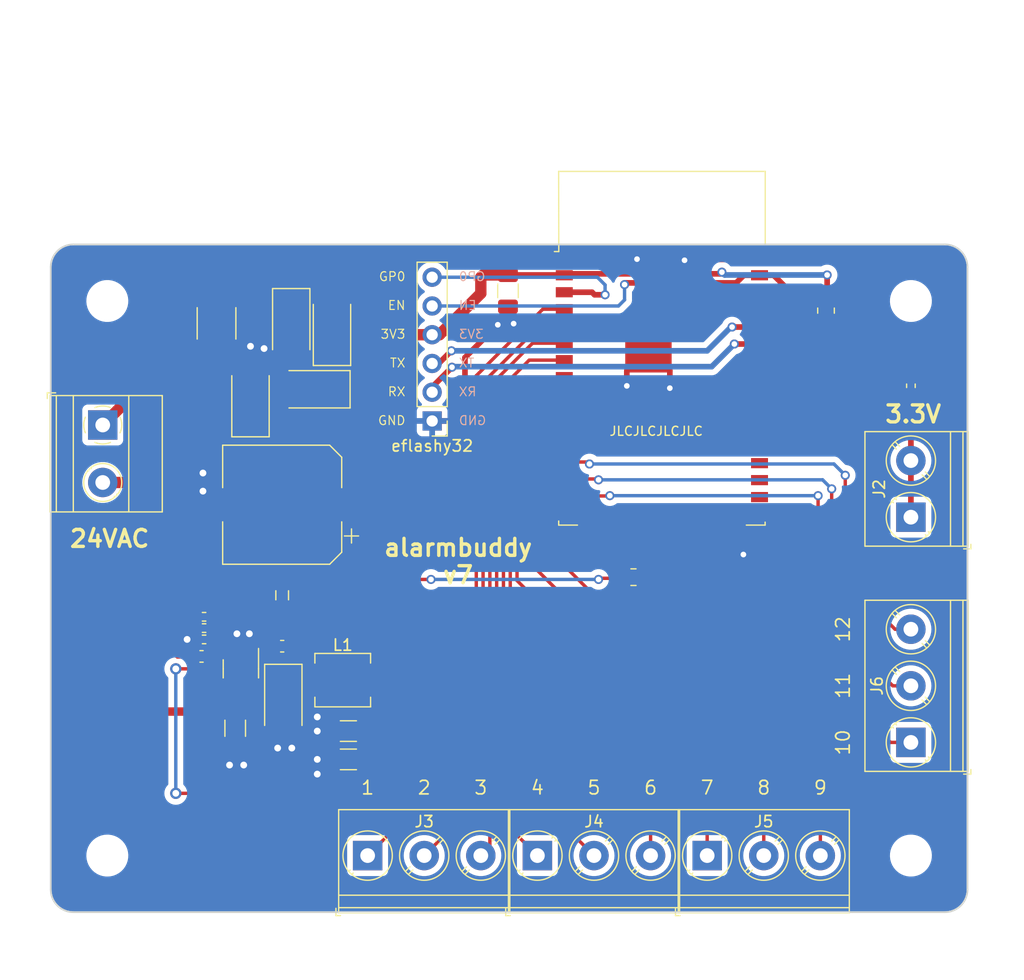
<source format=kicad_pcb>
(kicad_pcb (version 20221018) (generator pcbnew)
  (layers (0 "F.Cu" signal "Top") (31 "B.Cu" signal "Bottom") (34 "B.Paste" user) (35 "F.Paste" user) (36 "B.SilkS" user "B.Silkscreen") (37 "F.SilkS" user "F.Silkscreen") (38 "B.Mask" user) (39 "F.Mask" user) (44 "Edge.Cuts" user))
  (net 0 "")
  (net 1 "GND")
  (net 2 "+3V3")
  (net 3 "/TX")
  (net 4 "/RX")
  (net 5 "/EN")
  (net 6 "/GPIO0")
  (net 7 "/3V3_COMMON")
  (net 8 "/SENSOR3")
  (net 9 "/SENSOR2")
  (net 10 "/SENSOR1")
  (net 11 "/SENSOR6")
  (net 12 "/SENSOR5")
  (net 13 "/SENSOR4")
  (net 14 "/SENSOR9")
  (net 15 "/SENSOR8")
  (net 16 "/SENSOR7")
  (net 17 "/SENSOR11")
  (net 18 "/SENSOR10")
  (net 19 "/SENSOR12")
  (net 20 "/FB")
  (net 21 "/LX")
  (net 22 "Net-(U1-EN)")
  (net 23 "Net-(U1-BST)")
  (net 24 "Net-(D3-K)")
  (net 25 "Net-(D2-K)")
  (net 26 "Net-(D4-K)")
  (net 27 "Net-(J1-Pin_2)")
  (net 28 "Net-(U2-IO18)")
  (net 49 "Net-(R11-Pad1)")
  (footprint "TerminalBlock_Phoenix:TerminalBlock_Phoenix_PT-1,5-3-5.0-H_1x03_P5.00mm_Horizontal" (layer "F.Cu") (at 53 84)
    (fp_text reference "J3" (at 5 -3) (layer "F.SilkS"))
    (fp_text value "SENS1-3")
    (pad "1" thru_hole rect (at 0 0) (size 2.6 2.6) (drill 1.3) (layers "*.Cu" "*.Mask") (net 10 "/SENSOR1"))
    (pad "2" thru_hole circle (at 5 0) (size 2.6 2.6) (drill 1.3) (layers "*.Cu" "*.Mask") (net 9 "/SENSOR2"))
    (pad "3" thru_hole circle (at 10 0) (size 2.6 2.6) (drill 1.3) (layers "*.Cu" "*.Mask") (net 8 "/SENSOR3"))
  )
  (footprint "TerminalBlock_Phoenix:TerminalBlock_Phoenix_PT-1,5-3-5.0-H_1x03_P5.00mm_Horizontal" (layer "F.Cu") (at 68 84)
    (fp_text reference "J4" (at 5 -3) (layer "F.SilkS"))
    (fp_text value "SENS4-6")
    (pad "1" thru_hole rect (at 0 0) (size 2.6 2.6) (drill 1.3) (layers "*.Cu" "*.Mask") (net 13 "/SENSOR4"))
    (pad "2" thru_hole circle (at 5 0) (size 2.6 2.6) (drill 1.3) (layers "*.Cu" "*.Mask") (net 12 "/SENSOR5"))
    (pad "3" thru_hole circle (at 10 0) (size 2.6 2.6) (drill 1.3) (layers "*.Cu" "*.Mask") (net 11 "/SENSOR6"))
  )
  (footprint "TerminalBlock_Phoenix:TerminalBlock_Phoenix_PT-1,5-3-5.0-H_1x03_P5.00mm_Horizontal" (layer "F.Cu") (at 83 84)
    (fp_text reference "J5" (at 5 -3) (layer "F.SilkS"))
    (fp_text value "SENS7-9")
    (pad "1" thru_hole rect (at 0 0) (size 2.6 2.6) (drill 1.3) (layers "*.Cu" "*.Mask") (net 16 "/SENSOR7"))
    (pad "2" thru_hole circle (at 5 0) (size 2.6 2.6) (drill 1.3) (layers "*.Cu" "*.Mask") (net 15 "/SENSOR8"))
    (pad "3" thru_hole circle (at 10 0) (size 2.6 2.6) (drill 1.3) (layers "*.Cu" "*.Mask") (net 14 "/SENSOR9"))
  )
  (footprint "TerminalBlock_Phoenix:TerminalBlock_Phoenix_PT-1,5-3-5.0-H_1x03_P5.00mm_Horizontal" (layer "F.Cu") (at 101 74 90)
    (fp_text reference "J6" (at 5 -3 90) (layer "F.SilkS"))
    (fp_text value "SENS10-12")
    (pad "1" thru_hole rect (at 0 0 90) (size 2.6 2.6) (drill 1.3) (layers "*.Cu" "*.Mask") (net 18 "/SENSOR10"))
    (pad "2" thru_hole circle (at 5 0 90) (size 2.6 2.6) (drill 1.3) (layers "*.Cu" "*.Mask") (net 17 "/SENSOR11"))
    (pad "3" thru_hole circle (at 10 0 90) (size 2.6 2.6) (drill 1.3) (layers "*.Cu" "*.Mask") (net 19 "/SENSOR12"))
  )
  (footprint "MountingHole:MountingHole_3.2mm_M3" (layer "F.Cu") (at 101 35)
    (fp_text reference "REF**" hide)
    (fp_text value "MountingHole_3.2mm_M3")
    (pad "" np_thru_hole circle locked (at 0 0) (size 3.2 3.2) (drill 3.2) (layers "*.Cu" "*.Mask"))
  )
  (footprint "MountingHole:MountingHole_3.2mm_M3" (layer "F.Cu") (at 101 84)
    (fp_text reference "REF**" hide)
    (fp_text value "MountingHole_3.2mm_M3")
    (pad "" np_thru_hole circle locked (at 0 0) (size 3.2 3.2) (drill 3.2) (layers "*.Cu" "*.Mask"))
  )
  (footprint "MountingHole:MountingHole_3.2mm_M3" (layer "F.Cu") (at 30 84)
    (fp_text reference "REF**" hide)
    (fp_text value "MountingHole_3.2mm_M3")
    (pad "" np_thru_hole circle locked (at 0 0) (size 3.2 3.2) (drill 3.2) (layers "*.Cu" "*.Mask"))
  )
  (footprint "MountingHole:MountingHole_3.2mm_M3" (layer "F.Cu") (at 30 35)
    (fp_text reference "REF**" hide)
    (fp_text value "MountingHole_3.2mm_M3")
    (pad "" np_thru_hole circle locked (at 0 0) (size 3.2 3.2) (drill 3.2) (layers "*.Cu" "*.Mask"))
  )
  (footprint "Connector_PinHeader_2.54mm:PinHeader_1x06_P2.54mm_Vertical" (layer "F.Cu") (at 58.7 45.6 180)
    (fp_text reference "J7" hide)
    (fp_text value "eflashy32" (at 0 -2.2) (layer "F.SilkS"))
    (pad "1" thru_hole rect (at 0 0 180) (size 1.7 1.7) (drill 1) (layers "*.Cu" "*.Mask") (net 1 "GND"))
    (pad "2" thru_hole oval (at 0 2.54 180) (size 1.7 1.7) (drill 1) (layers "*.Cu" "*.Mask") (net 4 "/RX"))
    (pad "3" thru_hole oval (at 0 5.08 180) (size 1.7 1.7) (drill 1) (layers "*.Cu" "*.Mask") (net 3 "/TX"))
    (pad "4" thru_hole oval (at 0 7.62 180) (size 1.7 1.7) (drill 1) (layers "*.Cu" "*.Mask") (net 2 "+3V3"))
    (pad "5" thru_hole oval (at 0 10.16 180) (size 1.7 1.7) (drill 1) (layers "*.Cu" "*.Mask") (net 5 "/EN"))
    (pad "6" thru_hole oval (at 0 12.7 180) (size 1.7 1.7) (drill 1) (layers "*.Cu" "*.Mask") (net 6 "/GPIO0"))
  )
  (footprint "Capacitor_SMD:C_1206_3216Metric" (layer "F.Cu") (at 65.4 34.1 90)
    (fp_text reference "C7" hide)
    (fp_text value "10u")
    (pad "1" smd roundrect (at -1.4 0 90) (size 1.25 1.75) (layers "F.Cu" "F.Paste" "F.Mask") (roundrect_rratio 0.2) (net 1 "GND"))
    (pad "2" smd roundrect (at 1.4 0 90) (size 1.25 1.75) (layers "F.Cu" "F.Paste" "F.Mask") (roundrect_rratio 0.2) (net 2 "+3V3"))
  )
  (footprint "Resistor_SMD:R_0805_2012Metric" (layer "F.Cu") (at 93.5 35.85 90)
    (fp_text reference "R5" hide)
    (fp_text value "10K")
    (pad "1" smd roundrect (at -0.9125 0 90) (size 1.025 1.4) (layers "F.Cu" "F.Paste" "F.Mask") (roundrect_rratio 0.243902) (net 5 "/EN"))
    (pad "2" smd roundrect (at 0.9125 0 90) (size 1.025 1.4) (layers "F.Cu" "F.Paste" "F.Mask") (roundrect_rratio 0.243902) (net 2 "+3V3"))
  )
  (footprint "Resistor_SMD:R_0402_1005Metric" (layer "F.Cu") (at 101 42.49 90)
    (fp_text reference "R4" hide)
    (fp_text value "100")
    (pad "1" smd roundrect (at -0.51 0 90) (size 0.54 0.64) (layers "F.Cu" "F.Paste" "F.Mask") (net 7 "/3V3_COMMON"))
    (pad "2" smd roundrect (at 0.51 0 90) (size 0.54 0.64) (layers "F.Cu" "F.Paste" "F.Mask") (net 2 "+3V3"))
  )
  (footprint "RF_Module:ESP32-S2-WROVER" (layer "F.Cu") (at 79 43)
    (fp_text reference "U2" hide)
    (fp_text value "ESP32-S2-WROVER")
    (pad "1" smd rect (at -8.625 -11.775) (size 1.5 0.9) (layers "F.Cu" "F.Paste" "F.Mask") (net 1 "GND"))
    (pad "2" smd rect (at -8.625 -10.275) (size 1.5 0.9) (layers "F.Cu" "F.Paste" "F.Mask") (net 2 "+3V3"))
    (pad "3" smd rect (at -8.625 -8.775) (size 1.5 0.9) (layers "F.Cu" "F.Paste" "F.Mask") (net 6 "/GPIO0"))
    (pad "4" smd rect (at -8.625 -7.275) (size 1.5 0.9) (layers "F.Cu" "F.Paste" "F.Mask") (net 10 "/SENSOR1"))
    (pad "5" smd rect (at -8.625 -5.775) (size 1.5 0.9) (layers "F.Cu" "F.Paste" "F.Mask") (net 9 "/SENSOR2"))
    (pad "6" smd rect (at -8.625 -4.275) (size 1.5 0.9) (layers "F.Cu" "F.Paste" "F.Mask") (net 8 "/SENSOR3"))
    (pad "7" smd rect (at -8.625 -2.775) (size 1.5 0.9) (layers "F.Cu" "F.Paste" "F.Mask") (net 13 "/SENSOR4"))
    (pad "8" smd rect (at -8.625 -1.275) (size 1.5 0.9) (layers "F.Cu" "F.Paste" "F.Mask") (net 12 "/SENSOR5"))
    (pad "9" smd rect (at -8.625 0.225) (size 1.5 0.9) (layers "F.Cu" "F.Paste" "F.Mask") (net 11 "/SENSOR6"))
    (pad "10" smd rect (at -8.625 1.725) (size 1.5 0.9) (layers "F.Cu" "F.Paste" "F.Mask") (net 16 "/SENSOR7"))
    (pad "11" smd rect (at -8.625 3.225) (size 1.5 0.9) (layers "F.Cu" "F.Paste" "F.Mask") (net 15 "/SENSOR8"))
    (pad "12" smd rect (at -8.625 4.725) (size 1.5 0.9) (layers "F.Cu" "F.Paste" "F.Mask") (net 14 "/SENSOR9"))
    (pad "13" smd rect (at -8.625 6.225) (size 1.5 0.9) (layers "F.Cu" "F.Paste" "F.Mask") (net 19 "/SENSOR12"))
    (pad "14" smd rect (at -8.625 7.725) (size 1.5 0.9) (layers "F.Cu" "F.Paste" "F.Mask") (net 17 "/SENSOR11"))
    (pad "15" smd rect (at -8.625 9.225 180) (size 1.5 0.9) (layers "F.Cu" "F.Paste" "F.Mask") (net 18 "/SENSOR10"))
    (pad "16" smd rect (at -8.625 10.725 180) (size 1.5 0.9) (layers "F.Cu" "F.Paste" "F.Mask"))
    (pad "17" smd rect (at -6.75 11.475) (size 0.9 1.5) (layers "F.Cu" "F.Paste" "F.Mask"))
    (pad "18" smd rect (at -5.25 11.475) (size 0.9 1.5) (layers "F.Cu" "F.Paste" "F.Mask"))
    (pad "19" smd rect (at -3.75 11.475) (size 0.9 1.5) (layers "F.Cu" "F.Paste" "F.Mask"))
    (pad "20" smd rect (at -2.25 11.475) (size 0.9 1.5) (layers "F.Cu" "F.Paste" "F.Mask"))
    (pad "21" smd rect (at -0.75 11.475) (size 0.9 1.5) (layers "F.Cu" "F.Paste" "F.Mask") (net 28 "Net-(U2-IO18)"))
    (pad "22" smd rect (at 0.75 11.475) (size 0.9 1.5) (layers "F.Cu" "F.Paste" "F.Mask"))
    (pad "23" smd rect (at 2.25 11.475) (size 0.9 1.5) (layers "F.Cu" "F.Paste" "F.Mask"))
    (pad "24" smd rect (at 3.75 11.475) (size 0.9 1.5) (layers "F.Cu" "F.Paste" "F.Mask"))
    (pad "25" smd rect (at 5.25 11.475) (size 0.9 1.5) (layers "F.Cu" "F.Paste" "F.Mask"))
    (pad "26" smd rect (at 6.75 11.475) (size 0.9 1.5) (layers "F.Cu" "F.Paste" "F.Mask") (net 1 "GND"))
    (pad "27" smd rect (at 8.625 10.825) (size 1.5 0.9) (layers "F.Cu" "F.Paste" "F.Mask"))
    (pad "28" smd rect (at 8.625 9.325) (size 1.5 0.9) (layers "F.Cu" "F.Paste" "F.Mask"))
    (pad "29" smd rect (at 8.625 7.825) (size 1.5 0.9) (layers "F.Cu" "F.Paste" "F.Mask"))
    (pad "30" smd rect (at 8.625 6.325) (size 1.5 0.9) (layers "F.Cu" "F.Paste" "F.Mask"))
    (pad "31" smd rect (at 8.625 4.825) (size 1.5 0.9) (layers "F.Cu" "F.Paste" "F.Mask"))
    (pad "32" smd rect (at 8.625 3.325) (size 1.5 0.9) (layers "F.Cu" "F.Paste" "F.Mask"))
    (pad "33" smd rect (at 8.625 1.825) (size 1.5 0.9) (layers "F.Cu" "F.Paste" "F.Mask"))
    (pad "34" smd rect (at 8.625 0.325) (size 1.5 0.9) (layers "F.Cu" "F.Paste" "F.Mask"))
    (pad "35" smd rect (at 8.625 -1.175) (size 1.5 0.9) (layers "F.Cu" "F.Paste" "F.Mask"))
    (pad "36" smd rect (at 8.625 -2.675) (size 1.5 0.9) (layers "F.Cu" "F.Paste" "F.Mask"))
    (pad "37" smd rect (at 8.625 -4.175) (size 1.5 0.9) (layers "F.Cu" "F.Paste" "F.Mask") (net 4 "/RX"))
    (pad "38" smd rect (at 8.625 -5.675) (size 1.5 0.9) (layers "F.Cu" "F.Paste" "F.Mask") (net 3 "/TX"))
    (pad "39" smd rect (at 8.625 -7.175) (size 1.5 0.9) (layers "F.Cu" "F.Paste" "F.Mask"))
    (pad "40" smd rect (at 8.625 -8.775) (size 1.5 0.9) (layers "F.Cu" "F.Paste" "F.Mask"))
    (pad "41" smd rect (at 8.625 -10.275) (size 1.5 0.9) (layers "F.Cu" "F.Paste" "F.Mask") (net 5 "/EN"))
    (pad "42" smd rect (at 8.625 -11.675) (size 1.5 0.9) (layers "F.Cu" "F.Paste" "F.Mask") (net 1 "GND"))
    (pad "43" smd rect (at -1.19 -3.735) (size 4.1 4.1) (layers "F.Cu" "F.Paste" "F.Mask") (net 1 "GND"))
  )
  (footprint "Resistor_SMD:R_0805_2012Metric" (layer "F.Cu") (at 76.4875 59.4 180)
    (fp_text reference "R6" hide)
    (fp_text value "10K")
    (pad "1" smd roundrect (at -0.9125 0 180) (size 1.025 1.4) (layers "F.Cu" "F.Paste" "F.Mask") (roundrect_rratio 0.243902) (net 28 "Net-(U2-IO18)"))
    (pad "2" smd roundrect (at 0.9125 0 180) (size 1.025 1.4) (layers "F.Cu" "F.Paste" "F.Mask") (roundrect_rratio 0.243902) (net 2 "+3V3"))
  )
  (footprint "TerminalBlock_Phoenix:TerminalBlock_Phoenix_PT-1,5-2-5.0-H_1x02_P5.00mm_Horizontal" (layer "F.Cu") (at 101 54.1 90)
    (fp_text reference "J2" (at 2.5 -2.8 90) (layer "F.SilkS"))
    (fp_text value "3V3")
    (pad "1" thru_hole rect (at 0 0 90) (size 2.6 2.6) (drill 1.3) (layers "*.Cu" "*.Mask") (net 7 "/3V3_COMMON"))
    (pad "2" thru_hole circle (at 5 0 90) (size 2.6 2.6) (drill 1.3) (layers "*.Cu" "*.Mask") (net 7 "/3V3_COMMON"))
  )
  (footprint "Diode_SMD:D_SMA" (layer "F.Cu") (at 46.25 37.3 -90)
    (fp_text reference "D4" hide)
    (fp_text value "SS210")
    (pad "1" smd rect (at -2 0 270) (size 2.5 1.8) (layers "F.Cu" "F.Paste" "F.Mask") (net 26 "Net-(D4-K)"))
    (pad "2" smd rect (at 2 0 270) (size 2.5 1.8) (layers "F.Cu" "F.Paste" "F.Mask") (net 1 "GND"))
  )
  (footprint "Diode_SMD:D_SMA" (layer "F.Cu") (at 48.05 42.8 180)
    (fp_text reference "D3" hide)
    (fp_text value "SS210")
    (pad "1" smd rect (at -2 0 180) (size 2.5 1.8) (layers "F.Cu" "F.Paste" "F.Mask") (net 24 "Net-(D3-K)"))
    (pad "2" smd rect (at 2 0 180) (size 2.5 1.8) (layers "F.Cu" "F.Paste" "F.Mask") (net 25 "Net-(D2-K)"))
  )
  (footprint "Package_TO_SOT_SMD:SOT-23-6" (layer "F.Cu") (at 41.8 67.5 -90)
    (fp_text reference "U1" hide)
    (fp_text value "BD9G101G")
    (pad "1" smd roundrect (at -1.1375 -0.95 270) (size 1.325 0.6) (layers "F.Cu" "F.Paste" "F.Mask") (net 23 "Net-(U1-BST)"))
    (pad "2" smd roundrect (at -1.1375 0 270) (size 1.325 0.6) (layers "F.Cu" "F.Paste" "F.Mask") (net 1 "GND"))
    (pad "3" smd roundrect (at -1.1375 0.95 270) (size 1.325 0.6) (layers "F.Cu" "F.Paste" "F.Mask") (net 20 "/FB"))
    (pad "4" smd roundrect (at 1.1375 0.95 270) (size 1.325 0.6) (layers "F.Cu" "F.Paste" "F.Mask") (net 22 "Net-(U1-EN)"))
    (pad "5" smd roundrect (at 1.1375 0 270) (size 1.325 0.6) (layers "F.Cu" "F.Paste" "F.Mask") (net 22 "Net-(U1-EN)"))
    (pad "6" smd roundrect (at 1.1375 -0.95 270) (size 1.325 0.6) (layers "F.Cu" "F.Paste" "F.Mask") (net 21 "/LX"))
  )
  (footprint "TerminalBlock_Phoenix:TerminalBlock_Phoenix_MKDS-1,5-2-5.08_1x02_P5.08mm_Horizontal" (layer "F.Cu") (at 29.595 45.955 -90)
    (fp_text reference "J1" hide)
    (fp_text value "24VAC")
    (pad "1" thru_hole rect (at 0 0 270) (size 2.6 2.6) (drill 1.3) (layers "*.Cu" "*.Mask") (net 26 "Net-(D4-K)"))
    (pad "2" thru_hole circle (at 5.08 0 270) (size 2.6 2.6) (drill 1.3) (layers "*.Cu" "*.Mask") (net 27 "Net-(J1-Pin_2)"))
  )
  (footprint "Resistor_SMD:R_0402_1005Metric" (layer "F.Cu") (at 38.55 64.9 180)
    (fp_text reference "R2" hide)
    (fp_text value "470")
    (pad "1" smd roundrect (at -0.51 0 180) (size 0.54 0.64) (layers "F.Cu" "F.Paste" "F.Mask") (net 20 "/FB"))
    (pad "2" smd roundrect (at 0.51 0 180) (size 0.54 0.64) (layers "F.Cu" "F.Paste" "F.Mask") (net 1 "GND"))
  )
  (footprint "Diode_SMD:D_SMA" (layer "F.Cu") (at 45.55 70.5 -90)
    (fp_text reference "D1" hide)
    (fp_text value "SS210")
    (pad "1" smd rect (at -2 0 270) (size 2.5 1.8) (layers "F.Cu" "F.Paste" "F.Mask") (net 21 "/LX"))
    (pad "2" smd rect (at 2 0 270) (size 2.5 1.8) (layers "F.Cu" "F.Paste" "F.Mask") (net 1 "GND"))
  )
  (footprint "Diode_SMD:D_SMA" (layer "F.Cu") (at 42.65 43.6 90)
    (fp_text reference "D2" hide)
    (fp_text value "SS210")
    (pad "1" smd rect (at -2 0 90) (size 2.5 1.8) (layers "F.Cu" "F.Paste" "F.Mask") (net 25 "Net-(D2-K)"))
    (pad "2" smd rect (at 2 0 90) (size 2.5 1.8) (layers "F.Cu" "F.Paste" "F.Mask") (net 1 "GND"))
  )
  (footprint "Resistor_SMD:R_0402_1005Metric" (layer "F.Cu") (at 38.55 63.9 180)
    (fp_text reference "R12" hide)
    (fp_text value "1k5")
    (pad "1" smd roundrect (at -0.51 0 180) (size 0.54 0.64) (layers "F.Cu" "F.Paste" "F.Mask") (net 20 "/FB"))
    (pad "2" smd roundrect (at 0.51 0 180) (size 0.54 0.64) (layers "F.Cu" "F.Paste" "F.Mask") (net 49 "Net-(R11-Pad1)"))
  )
  (footprint "Capacitor_SMD:C_1206_3216Metric" (layer "F.Cu") (at 51.3 75.5 180)
    (fp_text reference "C2" hide)
    (fp_text value "47u")
    (pad "1" smd roundrect (at -1.475 0 180) (size 1.15 1.8) (layers "F.Cu" "F.Paste" "F.Mask") (roundrect_rratio 0.217391) (net 2 "+3V3"))
    (pad "2" smd roundrect (at 1.475 0 180) (size 1.15 1.8) (layers "F.Cu" "F.Paste" "F.Mask") (roundrect_rratio 0.217391) (net 1 "GND"))
  )
  (footprint "Capacitor_SMD:C_0603_1608Metric" (layer "F.Cu") (at 38.325 66.4)
    (fp_text reference "C4" hide)
    (fp_text value "0.1u 25v")
    (pad "1" smd roundrect (at -0.775 0) (size 0.9 0.95) (layers "F.Cu" "F.Paste" "F.Mask") (net 2 "+3V3"))
    (pad "2" smd roundrect (at 0.775 0) (size 0.9 0.95) (layers "F.Cu" "F.Paste" "F.Mask") (net 20 "/FB"))
  )
  (footprint "Inductor_SMD:L_Sunlord_MWSA0402S" (layer "F.Cu") (at 50.8 68.5)
    (fp_text reference "L1" (at 0 -3.1) (layer "F.SilkS"))
    (fp_text value "4.7u")
    (pad "1" smd rect (at -1.85 0) (size 1.5 2.5) (layers "F.Cu" "F.Paste" "F.Mask") (net 21 "/LX"))
    (pad "2" smd rect (at 1.85 0) (size 1.5 2.5) (layers "F.Cu" "F.Paste" "F.Mask") (net 2 "+3V3"))
  )
  (footprint "Capacitor_SMD:C_1206_3216Metric" (layer "F.Cu") (at 51.3 73 180)
    (fp_text reference "C3" hide)
    (fp_text value "47u")
    (pad "1" smd roundrect (at -1.475 0 180) (size 1.15 1.8) (layers "F.Cu" "F.Paste" "F.Mask") (roundrect_rratio 0.217391) (net 2 "+3V3"))
    (pad "2" smd roundrect (at 1.475 0 180) (size 1.15 1.8) (layers "F.Cu" "F.Paste" "F.Mask") (roundrect_rratio 0.217391) (net 1 "GND"))
  )
  (footprint "Diode_SMD:D_SMA" (layer "F.Cu") (at 49.85 37.3 90)
    (fp_text reference "D5" hide)
    (fp_text value "SS210")
    (pad "1" smd rect (at -2 0 90) (size 2.5 1.8) (layers "F.Cu" "F.Paste" "F.Mask") (net 24 "Net-(D3-K)"))
    (pad "2" smd rect (at 2 0 90) (size 2.5 1.8) (layers "F.Cu" "F.Paste" "F.Mask") (net 26 "Net-(D4-K)"))
  )
  (footprint "Capacitor_SMD:C_1206_3216Metric" (layer "F.Cu") (at 41.3 72.75 -90)
    (fp_text reference "C1" hide)
    (fp_text value "10u")
    (pad "1" smd roundrect (at -1.475 0 270) (size 1.15 1.8) (layers "F.Cu" "F.Paste" "F.Mask") (roundrect_rratio 0.217391) (net 22 "Net-(U1-EN)"))
    (pad "2" smd roundrect (at 1.475 0 270) (size 1.15 1.8) (layers "F.Cu" "F.Paste" "F.Mask") (roundrect_rratio 0.217391) (net 1 "GND"))
  )
  (footprint "Capacitor_SMD:C_0603_1608Metric" (layer "F.Cu") (at 45.45 65.5)
    (fp_text reference "C5" hide)
    (fp_text value "15nF")
    (pad "1" smd roundrect (at -0.775 0) (size 0.9 0.95) (layers "F.Cu" "F.Paste" "F.Mask") (net 23 "Net-(U1-BST)"))
    (pad "2" smd roundrect (at 0.775 0) (size 0.9 0.95) (layers "F.Cu" "F.Paste" "F.Mask") (net 21 "/LX"))
  )
  (footprint "Inductor_SMD:L_0805_2012Metric" (layer "F.Cu") (at 45.45 61 90)
    (fp_text reference "FB1" hide)
    (fp_text value "600@100MHz")
    (pad "1" smd roundrect (at -1.0625 0 90) (size 0.875 1.2) (layers "F.Cu" "F.Paste" "F.Mask") (net 22 "Net-(U1-EN)"))
    (pad "2" smd roundrect (at 1.0625 0 90) (size 0.875 1.2) (layers "F.Cu" "F.Paste" "F.Mask") (net 24 "Net-(D3-K)"))
  )
  (footprint "Fuse:Fuse_1812_4532Metric" (layer "F.Cu") (at 39.65 36.976041 -90)
    (fp_text reference "F1" hide)
    (fp_text value "140mA hold / 340mA trip mSMD014")
    (pad "1" smd roundrect (at -2.1375 0 270) (size 1.125 3.4) (layers "F.Cu" "F.Paste" "F.Mask") (roundrect_rratio 0.222222) (net 27 "Net-(J1-Pin_2)"))
    (pad "2" smd roundrect (at 2.1375 0 270) (size 1.125 3.4) (layers "F.Cu" "F.Paste" "F.Mask") (roundrect_rratio 0.222222) (net 25 "Net-(D2-K)"))
  )
  (footprint "Resistor_SMD:R_0402_1005Metric" (layer "F.Cu") (at 38.55 62.9)
    (fp_text reference "R11" hide)
    (fp_text value "100")
    (pad "1" smd roundrect (at -0.51 0) (size 0.54 0.64) (layers "F.Cu" "F.Paste" "F.Mask") (net 49 "Net-(R11-Pad1)"))
    (pad "2" smd roundrect (at 0.51 0) (size 0.54 0.64) (layers "F.Cu" "F.Paste" "F.Mask") (net 2 "+3V3"))
  )
  (footprint "Capacitor_SMD:CP_Elec_10x10" (layer "F.Cu") (at 45.45 53 180)
    (fp_text reference "C6" hide)
    (fp_text value "470uF 50V")
    (pad "1" smd roundrect (at -4 0 180) (size 4 2.5) (layers "F.Cu" "F.Paste" "F.Mask") (roundrect_rratio 0.1) (net 24 "Net-(D3-K)"))
    (pad "2" smd roundrect (at 4 0 180) (size 4 2.5) (layers "F.Cu" "F.Paste" "F.Mask") (roundrect_rratio 0.1) (net 1 "GND"))
  )
  (gr_line (start 25 87) (end 25 32) (stroke (width 0.15)) (layer "Edge.Cuts"))
  (gr_line (start 104 89) (end 27 89) (stroke (width 0.15)) (layer "Edge.Cuts"))
  (gr_arc (start 25 32) (mid 25.585786 30.585786) (end 27 30) (stroke (width 0.15)) (layer "Edge.Cuts"))
  (gr_line (start 106 32) (end 106 87) (stroke (width 0.15)) (layer "Edge.Cuts"))
  (gr_arc (start 104 30) (mid 105.414214 30.585786) (end 106 32) (stroke (width 0.15)) (layer "Edge.Cuts"))
  (gr_arc (start 106 87) (mid 105.414214 88.414214) (end 104 89) (stroke (width 0.15)) (layer "Edge.Cuts"))
  (gr_line (start 27 30) (end 104 30) (stroke (width 0.15)) (layer "Edge.Cuts"))
  (gr_arc (start 27 89) (mid 25.585786 88.414214) (end 25 87) (stroke (width 0.15)) (layer "Edge.Cuts"))
  (gr_text "GP0\n\nEN\n\n3V3\n\nTX\n\nRX\n\nGND" (at 61 39.2) (layer "B.SilkS") (effects (font (size 0.79 0.79) (thickness 0.1)) (justify right mirror)))
  (gr_text "2" (at 58 78) (layer "F.SilkS") (effects (font (size 1.2 1.2))))
  (gr_text "3" (at 63 78) (layer "F.SilkS") (effects (font (size 1.2 1.2))))
  (gr_text "4" (at 68 78) (layer "F.SilkS") (effects (font (size 1.2 1.2))))
  (gr_text "5" (at 73 78) (layer "F.SilkS") (effects (font (size 1.2 1.2))))
  (gr_text "6" (at 78 78) (layer "F.SilkS") (effects (font (size 1.2 1.2))))
  (gr_text "7" (at 83 78) (layer "F.SilkS") (effects (font (size 1.2 1.2))))
  (gr_text "8" (at 88 78) (layer "F.SilkS") (effects (font (size 1.2 1.2))))
  (gr_text "9" (at 93 78) (layer "F.SilkS") (effects (font (size 1.2 1.2))))
  (gr_text "10" (at 95 74 90) (layer "F.SilkS") (effects (font (size 1.2 1.2))))
  (gr_text "11" (at 95 69 90) (layer "F.SilkS") (effects (font (size 1.2 1.2))))
  (gr_text "12" (at 95 64 90) (layer "F.SilkS") (effects (font (size 1.2 1.2))))
  (gr_text "JLCJLCJLCJLC" (at 78.5 46.5) (layer "F.SilkS") (effects (font (size 0.8 0.8) (thickness 0.125))))
  (gr_text "alarmbuddy\nv7" (at 61 58) (layer "F.SilkS") (effects (font (size 1.5 1.5) (thickness 0.3))))
  (gr_text "1" (at 53 78) (layer "F.SilkS") (effects (font (size 1.2 1.2))))
  (gr_text "GP0\n\nEN\n\n3V3\n\nTX\n\nRX\n\nGND" (at 56.4 39.2) (layer "F.SilkS") (effects (font (size 0.79 0.79) (thickness 0.1)) (justify right)))
  (gr_text "3.3V" (at 101.2 45) (layer "F.SilkS") (effects (font (size 1.5 1.5) (thickness 0.3))))
  (gr_text "24VAC" (at 30.2 56) (layer "F.SilkS") (effects (font (size 1.5 1.5) (thickness 0.3))))
  (segment (start 49.825 75.5) (end 49.825 75.525) (width 0.6) (layer "F.Cu") (net 1))
  (segment (start 42.65 41.6) (end 42.65 39) (width 1) (layer "F.Cu") (net 1))
  (segment (start 65.4 35.5) (end 65.4 36.5) (width 0.5) (layer "F.Cu") (net 1))
  (segment (start 42.65 39) (end 43.65 39) (width 1) (layer "F.Cu") (net 1))
  (segment (start 76.8 31.3) (end 76.725 31.225) (width 0.5) (layer "F.Cu") (net 1))
  (segment (start 41.3 75.5) (end 40.8 76) (width 1) (layer "F.Cu") (net 1))
  (segment (start 61.6 44.8) (end 60.8 45.6) (width 0.5) (layer "F.Cu") (net 1))
  (segment (start 48.575 71.75) (end 49.825 73) (width 0.6) (layer "F.Cu") (net 1))
  (segment (start 49.825 75.5) (end 49.825 74.275) (width 1) (layer "F.Cu") (net 1))
  (segment (start 46.3 74.5) (end 45.05 74.5) (width 1) (layer "F.Cu") (net 1))
  (segment (start 43.95 39.3) (end 43.85 39.2) (width 1) (layer "F.Cu") (net 1))
  (segment (start 45.55 73.75) (end 46.3 74.5) (width 1) (layer "F.Cu") (net 1))
  (segment (start 49.825 74.225) (end 48.55 75.5) (width 1) (layer "F.Cu") (net 1))
  (segment (start 45.55 72.5) (end 45.55 73.75) (width 1) (layer "F.Cu") (net 1))
  (segment (start 41.8 64.75) (end 41.8 66.3625) (width 0.6) (layer "F.Cu") (net 1))
  (segment (start 43.65 39) (end 43.85 39.2) (width 1) (layer "F.Cu") (net 1))
  (segment (start 45.55 74) (end 45.05 74.5) (width 1) (layer "F.Cu") (net 1))
  (segment (start 65.4 36.2) (end 64.5 37.1) (width 0.5) (layer "F.Cu") (net 1))
  (segment (start 39.45 51) (end 39.25 51) (width 1) (layer "F.Cu") (net 1))
  (segment (start 49.825 73) (end 48.55 73) (width 1) (layer "F.Cu") (net 1))
  (segment (start 81.075 31.325) (end 87.625 31.325) (width 0.5) (layer "F.Cu") (net 1))
  (segment (start 61.6 40) (end 61.6 44.8) (width 0.5) (layer "F.Cu") (net 1))
  (segment (start 45.55 72.5) (end 45.55 74) (width 1) (layer "F.Cu") (net 1))
  (segment (start 65.4 36.5) (end 65.9 37) (width 0.5) (layer "F.Cu") (net 1))
  (segment (start 39.45 51) (end 39.05 51) (width 1) (layer "F.Cu") (net 1))
  (segment (start 42.55 64.4) (end 41.45 64.4) (width 1) (layer "F.Cu") (net 1))
  (segment (start 76.725 31.225) (end 70.375 31.225) (width 0.5) (layer "F.Cu") (net 1))
  (segment (start 49.825 73) (end 49.825 74.225) (width 1) (layer "F.Cu") (net 1))
  (segment (start 42.05 76) (end 40.8 76) (width 1) (layer "F.Cu") (net 1))
  (segment (start 41.3 75.25) (end 42.05 76) (width 1) (layer "F.Cu") (net 1))
  (segment (start 75.9 41.175) (end 77.81 39.265) (width 0.5) (layer "F.Cu") (net 1))
  (segment (start 41.8 65.15) (end 41.8 66.3625) (width 0.6) (layer "F.Cu") (net 1))
  (segment (start 64.5 37.1) (end 61.6 40) (width 0.5) (layer "F.Cu") (net 1))
  (segment (start 75.9 42.5) (end 75.9 41.175) (width 0.5) (layer "F.Cu") (net 1))
  (segment (start 49.825 75.5) (end 48.55 75.5) (width 1) (layer "F.Cu") (net 1))
  (segment (start 79.7 42.7) (end 79.7 41.155) (width 0.5) (layer "F.Cu") (net 1))
  (segment (start 41.45 53) (end 39.45 51) (width 1) (layer "F.Cu") (net 1))
  (segment (start 49.825 74.275) (end 48.55 73) (width 1) (layer "F.Cu") (net 1))
  (segment (start 79.7 41.155) (end 77.81 39.265) (width 0.5) (layer "F.Cu") (net 1))
  (segment (start 85.75 54.475) (end 85.75 56.95) (width 0.3) (layer "F.Cu") (net 1))
  (segment (start 85.75 56.95) (end 86.2 57.4) (width 0.3) (layer "F.Cu") (net 1))
  (segment (start 41.3 74.225) (end 41.3 75.5) (width 1) (layer "F.Cu") (net 1))
  (segment (start 60.8 45.6) (end 58.7 45.6) (width 0.5) (layer "F.Cu") (net 1))
  (segment (start 48.55 71.75) (end 48.55 76.8) (width 1) (layer "F.Cu") (net 1))
  (segment (start 38.45 50.2) (end 39.25 51) (width 1) (layer "F.Cu") (net 1))
  (segment (start 38.04 64.9) (end 37.05 64.9) (width 0.3) (layer "F.Cu") (net 1))
  (segment (start 48.55 71.75) (end 48.575 71.75) (width 0.6) (layer "F.Cu") (net 1))
  (segment (start 46.25 39.3) (end 43.95 39.3) (width 1) (layer "F.Cu") (net 1))
  (segment (start 42.55 64.4) (end 41.8 65.15) (width 0.6) (layer "F.Cu") (net 1))
  (segment (start 41.45 64.4) (end 41.8 64.75) (width 0.6) (layer "F.Cu") (net 1))
  (segment (start 39.25 51) (end 38.45 51.8) (width 1) (layer "F.Cu") (net 1))
  (segment (start 65.4 35.5) (end 65.4 36.2) (width 0.5) (layer "F.Cu") (net 1))
  (segment (start 41.3 74.225) (end 41.3 75.25) (width 1) (layer "F.Cu") (net 1))
  (segment (start 81 31.4) (end 81.075 31.325) (width 0.5) (layer "F.Cu") (net 1))
  (segment (start 49.825 75.525) (end 48.55 76.8) (width 0.6) (layer "F.Cu") (net 1))
  (via (at 48.55 76.8) (size 1) (drill 0.6) (layers "F.Cu" "B.Cu") (net 1))
  (via (at 38.45 51.8) (size 1) (drill 0.6) (layers "F.Cu" "B.Cu") (net 1))
  (via (at 79.7 42.7) (size 0.8) (drill 0.5) (layers "F.Cu" "B.Cu") (net 1))
  (via (at 42.65 39) (size 1) (drill 0.6) (layers "F.Cu" "B.Cu") (net 1))
  (via (at 38.45 50.2) (size 1) (drill 0.6) (layers "F.Cu" "B.Cu") (net 1))
  (via (at 40.8 76) (size 1) (drill 0.6) (layers "F.Cu" "B.Cu") (net 1))
  (via (at 45.05 74.5) (size 1) (drill 0.6) (layers "F.Cu" "B.Cu") (net 1))
  (via (at 42.55 64.4) (size 1) (drill 0.6) (layers "F.Cu" "B.Cu") (net 1))
  (via (at 65.9 37) (size 0.8) (drill 0.5) (layers "F.Cu" "B.Cu") (net 1))
  (via (at 48.55 71.75) (size 1) (drill 0.6) (layers "F.Cu" "B.Cu") (net 1))
  (via (at 46.3 74.5) (size 1) (drill 0.6) (layers "F.Cu" "B.Cu") (net 1))
  (via (at 41.45 64.4) (size 1) (drill 0.6) (layers "F.Cu" "B.Cu") (net 1))
  (via (at 86.2 57.4) (size 0.8) (drill 0.5) (layers "F.Cu" "B.Cu") (net 1))
  (via (at 42.05 76) (size 1) (drill 0.6) (layers "F.Cu" "B.Cu") (net 1))
  (via (at 75.9 42.5) (size 0.8) (drill 0.5) (layers "F.Cu" "B.Cu") (net 1))
  (via (at 64.5 37.1) (size 0.8) (drill 0.5) (layers "F.Cu" "B.Cu") (net 1))
  (via (at 37.05 64.9) (size 1) (drill 0.6) (layers "F.Cu" "B.Cu") (net 1))
  (via (at 76.8 31.3) (size 0.8) (drill 0.5) (layers "F.Cu" "B.Cu") (net 1))
  (via (at 43.85 39.2) (size 1) (drill 0.6) (layers "F.Cu" "B.Cu") (net 1))
  (via (at 81 31.4) (size 0.8) (drill 0.5) (layers "F.Cu" "B.Cu") (net 1))
  (via (at 48.55 75.5) (size 1) (drill 0.6) (layers "F.Cu" "B.Cu") (net 1))
  (via (at 48.55 73) (size 1) (drill 0.6) (layers "F.Cu" "B.Cu") (net 1))
  (segment (start 58.6 59.6) (end 56 59.6) (width 0.3) (layer "F.Cu") (net 2))
  (segment (start 37.55 66.4) (end 36.2 66.4) (width 0.4) (layer "F.Cu") (net 2))
  (segment (start 52.8 68.65) (end 52.8 72.475) (width 1) (layer "F.Cu") (net 2))
  (segment (start 53.625 77.975) (end 55.8 75.8) (width 1) (layer "F.Cu") (net 2))
  (segment (start 51.05 78.5) (end 36.05 78.5) (width 0.3) (layer "F.Cu") (net 2))
  (segment (start 65.4 32.7) (end 70.35 32.7) (width 0.5) (layer "F.Cu") (net 2))
  (segment (start 58.7 37.98) (end 59.35 37.98) (width 1) (layer "F.Cu") (net 2))
  (segment (start 36.05 67.5) (end 37.55 67.5) (width 0.3) (layer "F.Cu") (net 2))
  (segment (start 56 59.6) (end 55.8 59.4) (width 0.3) (layer "F.Cu") (net 2))
  (segment (start 63 32.9) (end 63.2 32.7) (width 1) (layer "F.Cu") (net 2))
  (segment (start 51.3 78.25) (end 51.05 78.5) (width 0.3) (layer "F.Cu") (net 2))
  (segment (start 75.4 59.5) (end 73.5 59.5) (width 0.3) (layer "F.Cu") (net 2))
  (segment (start 38.95 60.9) (end 39.06 61.01) (width 0.4) (layer "F.Cu") (net 2))
  (segment (start 39.06 61.01) (end 39.06 62.9) (width 0.4) (layer "F.Cu") (net 2))
  (segment (start 52.8 72.475) (end 52.65 72.625) (width 1) (layer "F.Cu") (net 2))
  (segment (start 52.775 73) (end 52.775 75.5) (width 1) (layer "F.Cu") (net 2))
  (segment (start 93.5 34.9375) (end 94.7375 34.9375) (width 0.5) (layer "F.Cu") (net 2))
  (segment (start 70.5 32.6) (end 70.375 32.725) (width 0.5) (layer "F.Cu") (net 2))
  (segment (start 52.775 77.975) (end 51.575 77.975) (width 0.3) (layer "F.Cu") (net 2))
  (segment (start 73.5 59.5) (end 73.4 59.6) (width 0.3) (layer "F.Cu") (net 2))
  (segment (start 101 41.2) (end 101 41.98) (width 0.5) (layer "F.Cu") (net 2))
  (segment (start 59.35 37.98) (end 63 34.33) (width 1) (layer "F.Cu") (net 2))
  (segment (start 63 34.33) (end 63 32.9) (width 1) (layer "F.Cu") (net 2))
  (segment (start 55.8 75.8) (end 55.8 59.4) (width 1) (layer "F.Cu") (net 2))
  (segment (start 35.6 62.45) (end 37.15 60.9) (width 0.4) (layer "F.Cu") (net 2))
  (segment (start 93.6 32.7) (end 93.6 34.8375) (width 0.5) (layer "F.Cu") (net 2))
  (segment (start 84.1505 32.6) (end 70.5 32.6) (width 0.5) (layer "F.Cu") (net 2))
  (segment (start 52.775 77.975) (end 53.625 77.975) (width 1) (layer "F.Cu") (net 2))
  (segment (start 37.55 67.5) (end 37.55 66.4) (width 0.3) (layer "F.Cu") (net 2))
  (segment (start 35.6 65.8) (end 35.6 62.45) (width 0.4) (layer "F.Cu") (net 2))
  (segment (start 94.7375 34.9375) (end 101 41.2) (width 0.5) (layer "F.Cu") (net 2))
  (segment (start 93.6 34.8375) (end 93.5 34.9375) (width 0.5) (layer "F.Cu") (net 2))
  (segment (start 63.2 32.7) (end 65.4 32.7) (width 1) (layer "F.Cu") (net 2))
  (segment (start 57.02 37.98) (end 58.7 37.98) (width 1) (layer "F.Cu") (net 2))
  (segment (start 52.65 68.5) (end 52.8 68.65) (width 1) (layer "F.Cu") (net 2))
  (segment (start 55.8 59.4) (end 55.8 39.2) (width 1) (layer "F.Cu") (net 2))
  (segment (start 55.8 39.2) (end 57.02 37.98) (width 1) (layer "F.Cu") (net 2))
  (segment (start 70.35 32.7) (end 70.375 32.725) (width 0.5) (layer "F.Cu") (net 2))
  (segment (start 52.775 75.5) (end 52.775 77.975) (width 1) (layer "F.Cu") (net 2))
  (segment (start 51.575 77.975) (end 51.3 78.25) (width 0.3) (layer "F.Cu") (net 2))
  (segment (start 36.2 66.4) (end 35.6 65.8) (width 0.4) (layer "F.Cu") (net 2))
  (segment (start 37.15 60.9) (end 38.95 60.9) (width 0.4) (layer "F.Cu") (net 2))
  (segment (start 84.3 32.4505) (end 84.1505 32.6) (width 0.5) (layer "F.Cu") (net 2))
  (via (at 36.05 67.5) (size 1) (drill 0.6) (layers "F.Cu" "B.Cu") (net 2))
  (via (at 58.6 59.6) (size 0.8) (drill 0.5) (layers "F.Cu" "B.Cu") (net 2))
  (via (at 84.3 32.4505) (size 0.8) (drill 0.5) (layers "F.Cu" "B.Cu") (net 2))
  (via (at 73.4 59.6) (size 0.8) (drill 0.5) (layers "F.Cu" "B.Cu") (net 2))
  (via (at 93.6 32.7) (size 0.8) (drill 0.5) (layers "F.Cu" "B.Cu") (net 2))
  (via (at 36.05 78.5) (size 1) (drill 0.6) (layers "F.Cu" "B.Cu") (net 2))
  (segment (start 73.4 59.6) (end 58.6 59.6) (width 0.3) (layer "B.Cu") (net 2))
  (segment (start 84.5495 32.7) (end 93.6 32.7) (width 0.5) (layer "B.Cu") (net 2))
  (segment (start 84.3 32.4505) (end 84.5495 32.7) (width 0.5) (layer "B.Cu") (net 2))
  (segment (start 36.05 67.5) (end 36.05 78.5) (width 0.3) (layer "B.Cu") (net 2))
  (segment (start 87.6 37.3) (end 87.625 37.325) (width 0.5) (layer "F.Cu") (net 3))
  (segment (start 85.2 37.3) (end 87.6 37.3) (width 0.5) (layer "F.Cu") (net 3))
  (segment (start 60.4 39.4) (end 59.28 40.52) (width 0.5) (layer "F.Cu") (net 3))
  (segment (start 59.28 40.52) (end 58.7 40.52) (width 0.5) (layer "F.Cu") (net 3))
  (via (at 60.4 39.4) (size 0.8) (drill 0.5) (layers "F.Cu" "B.Cu") (net 3))
  (via (at 85.2 37.3) (size 0.8) (drill 0.5) (layers "F.Cu" "B.Cu") (net 3))
  (segment (start 83 39.4) (end 85.1 37.3) (width 0.5) (layer "B.Cu") (net 3))
  (segment (start 85.1 37.3) (end 85.2 37.3) (width 0.5) (layer "B.Cu") (net 3))
  (segment (start 60.4 39.4) (end 83 39.4) (width 0.5) (layer "B.Cu") (net 3))
  (segment (start 58.7 42.6) (end 58.7 43.06) (width 0.5) (layer "F.Cu") (net 4))
  (segment (start 60.45 40.85) (end 58.7 42.6) (width 0.5) (layer "F.Cu") (net 4))
  (segment (start 87.6 38.8) (end 87.625 38.825) (width 0.5) (layer "F.Cu") (net 4))
  (segment (start 85.4 38.8) (end 87.6 38.8) (width 0.5) (layer "F.Cu") (net 4))
  (via (at 60.45 40.85) (size 0.8) (drill 0.5) (layers "F.Cu" "B.Cu") (net 4))
  (via (at 85.4 38.8) (size 0.8) (drill 0.5) (layers "F.Cu" "B.Cu") (net 4))
  (segment (start 83.4 40.8) (end 85.4 38.8) (width 0.5) (layer "B.Cu") (net 4))
  (segment (start 60.5 40.8) (end 83.4 40.8) (width 0.5) (layer "B.Cu") (net 4))
  (segment (start 60.45 40.85) (end 60.5 40.8) (width 0.5) (layer "B.Cu") (net 4))
  (segment (start 75.7 33.5495) (end 75.8495 33.4) (width 0.5) (layer "F.Cu") (net 5))
  (segment (start 86.2375 32.725) (end 87.625 32.725) (width 0.5) (layer "F.Cu") (net 5))
  (segment (start 88.875 32.725) (end 92.9125 36.7625) (width 0.5) (layer "F.Cu") (net 5))
  (segment (start 92.9125 36.7625) (end 93.5 36.7625) (width 0.5) (layer "F.Cu") (net 5))
  (segment (start 75.8495 33.4) (end 85.5625 33.4) (width 0.5) (layer "F.Cu") (net 5))
  (segment (start 87.625 32.725) (end 88.875 32.725) (width 0.5) (layer "F.Cu") (net 5))
  (segment (start 85.5625 33.4) (end 86.2375 32.725) (width 0.5) (layer "F.Cu") (net 5))
  (via (at 75.7 33.5495) (size 0.8) (drill 0.5) (layers "F.Cu" "B.Cu") (net 5))
  (segment (start 75.16 35.44) (end 75.7 34.9) (width 0.3) (layer "B.Cu") (net 5))
  (segment (start 58.7 35.44) (end 75.16 35.44) (width 0.3) (layer "B.Cu") (net 5))
  (segment (start 75.7 34.9) (end 75.7 33.5495) (width 0.3) (layer "B.Cu") (net 5))
  (segment (start 73.0495 34.4495) (end 72.825 34.225) (width 0.5) (layer "F.Cu") (net 6))
  (segment (start 73.979353 34.4495) (end 73.0495 34.4495) (width 0.5) (layer "F.Cu") (net 6))
  (segment (start 72.825 34.225) (end 70.375 34.225) (width 0.5) (layer "F.Cu") (net 6))
  (via (at 73.979353 34.4495) (size 0.8) (drill 0.5) (layers "F.Cu" "B.Cu") (net 6))
  (segment (start 73.979353 33.579353) (end 73.979353 34.4495) (width 0.3) (layer "B.Cu") (net 6))
  (segment (start 73.3 32.9) (end 73.979353 33.579353) (width 0.3) (layer "B.Cu") (net 6))
  (segment (start 58.7 32.9) (end 73.3 32.9) (width 0.3) (layer "B.Cu") (net 6))
  (segment (start 101 49.1) (end 101 54.1) (width 0.5) (layer "F.Cu") (net 7))
  (segment (start 101 49.1) (end 101 43) (width 0.5) (layer "F.Cu") (net 7))
  (segment (start 70.375 38.725) (end 67.575 38.725) (width 0.3) (layer "F.Cu") (net 8))
  (segment (start 63.8 83.2) (end 63 84) (width 0.3) (layer "F.Cu") (net 8))
  (segment (start 63.8 42.5) (end 63.8 83.2) (width 0.3) (layer "F.Cu") (net 8))
  (segment (start 67.575 38.725) (end 63.8 42.5) (width 0.3) (layer "F.Cu") (net 8))
  (segment (start 58 84) (end 63.2 78.8) (width 0.3) (layer "F.Cu") (net 9))
  (segment (start 68.175 37.225) (end 70.375 37.225) (width 0.3) (layer "F.Cu") (net 9))
  (segment (start 63.2 42.2) (end 68.175 37.225) (width 0.3) (layer "F.Cu") (net 9))
  (segment (start 63.2 78.8) (end 63.2 42.2) (width 0.3) (layer "F.Cu") (net 9))
  (segment (start 68.475 35.725) (end 62.6 41.6) (width 0.3) (layer "F.Cu") (net 10))
  (segment (start 62.6 41.6) (end 62.6 74.4) (width 0.3) (layer "F.Cu") (net 10))
  (segment (start 70.375 35.725) (end 68.475 35.725) (width 0.3) (layer "F.Cu") (net 10))
  (segment (start 62.6 74.4) (end 53 84) (width 0.3) (layer "F.Cu") (net 10))
  (segment (start 65.6 61.8) (end 78 74.2) (width 0.3) (layer "F.Cu") (net 11))
  (segment (start 70.375 43.225) (end 67.975 43.225) (width 0.3) (layer "F.Cu") (net 11))
  (segment (start 78 74.2) (end 78 84) (width 0.3) (layer "F.Cu") (net 11))
  (segment (start 65.6 45.6) (end 65.6 61.8) (width 0.3) (layer "F.Cu") (net 11))
  (segment (start 67.975 43.225) (end 65.6 45.6) (width 0.3) (layer "F.Cu") (net 11))
  (segment (start 65 43.6) (end 65 76) (width 0.3) (layer "F.Cu") (net 12))
  (segment (start 65 76) (end 73 84) (width 0.3) (layer "F.Cu") (net 12))
  (segment (start 66.875 41.725) (end 65 43.6) (width 0.3) (layer "F.Cu") (net 12))
  (segment (start 70.375 41.725) (end 66.875 41.725) (width 0.3) (layer "F.Cu") (net 12))
  (segment (start 70.375 40.225) (end 67.275 40.225) (width 0.3) (layer "F.Cu") (net 13))
  (segment (start 64.4 80.4) (end 68 84) (width 0.3) (layer "F.Cu") (net 13))
  (segment (start 64.4 43.1) (end 64.4 80.4) (width 0.3) (layer "F.Cu") (net 13))
  (segment (start 67.275 40.225) (end 64.4 43.1) (width 0.3) (layer "F.Cu") (net 13))
  (segment (start 67.4 55.4) (end 67.4 48.6) (width 0.3) (layer "F.Cu") (net 14))
  (segment (start 68.275 47.725) (end 70.375 47.725) (width 0.3) (layer "F.Cu") (net 14))
  (segment (start 93 84) (end 93 81) (width 0.3) (layer "F.Cu") (net 14))
  (segment (start 67.4 48.6) (end 68.275 47.725) (width 0.3) (layer "F.Cu") (net 14))
  (segment (start 93 81) (end 67.4 55.4) (width 0.3) (layer "F.Cu") (net 14))
  (segment (start 66.8 57.6) (end 88 78.8) (width 0.3) (layer "F.Cu") (net 15))
  (segment (start 66.8 47.8) (end 66.8 57.6) (width 0.3) (layer "F.Cu") (net 15))
  (segment (start 68.375 46.225) (end 66.8 47.8) (width 0.3) (layer "F.Cu") (net 15))
  (segment (start 70.375 46.225) (end 68.375 46.225) (width 0.3) (layer "F.Cu") (net 15))
  (segment (start 88 78.8) (end 88 84) (width 0.3) (layer "F.Cu") (net 15))
  (segment (start 83 84) (end 83 76.5) (width 0.3) (layer "F.Cu") (net 16))
  (segment (start 83 76.5) (end 66.2 59.7) (width 0.3) (layer "F.Cu") (net 16))
  (segment (start 68.075 44.725) (end 70.375 44.725) (width 0.3) (layer "F.Cu") (net 16))
  (segment (start 66.2 59.7) (end 66.2 46.6) (width 0.3) (layer "F.Cu") (net 16))
  (segment (start 66.2 46.6) (end 68.075 44.725) (width 0.3) (layer "F.Cu") (net 16))
  (segment (start 70.375 50.725) (end 73.325 50.725) (width 0.3) (layer "F.Cu") (net 17))
  (segment (start 94 63.6) (end 99.4 69) (width 0.3) (layer "F.Cu") (net 17))
  (segment (start 73.325 50.725) (end 73.4 50.8) (width 0.3) (layer "F.Cu") (net 17))
  (segment (start 99.4 69) (end 101 69) (width 0.3) (layer "F.Cu") (net 17))
  (segment (start 94 51.6) (end 94 63.6) (width 0.3) (layer "F.Cu") (net 17))
  (via (at 94 51.6) (size 0.8) (drill 0.5) (layers "F.Cu" "B.Cu") (net 17))
  (via (at 73.4 50.8) (size 0.8) (drill 0.5) (layers "F.Cu" "B.Cu") (net 17))
  (segment (start 94 51.6) (end 93.2 50.8) (width 0.3) (layer "B.Cu") (net 17))
  (segment (start 93.2 50.8) (end 73.4 50.8) (width 0.3) (layer "B.Cu") (net 17))
  (segment (start 70.375 52.225) (end 74.375 52.225) (width 0.3) (layer "F.Cu") (net 18))
  (segment (start 92.8 67.6) (end 99.2 74) (width 0.3) (layer "F.Cu") (net 18))
  (segment (start 92.8 52.2) (end 92.8 67.6) (width 0.3) (layer "F.Cu") (net 18))
  (segment (start 74.375 52.225) (end 74.4 52.2) (width 0.3) (layer "F.Cu") (net 18))
  (segment (start 99.2 74) (end 101 74) (width 0.3) (layer "F.Cu") (net 18))
  (via (at 74.4 52.2) (size 0.8) (drill 0.5) (layers "F.Cu" "B.Cu") (net 18))
  (via (at 92.8 52.2) (size 0.8) (drill 0.5) (layers "F.Cu" "B.Cu") (net 18))
  (segment (start 92.8 52.2) (end 74.4 52.2) (width 0.3) (layer "B.Cu") (net 18))
  (segment (start 70.375 49.225) (end 72.425 49.225) (width 0.3) (layer "F.Cu") (net 19))
  (segment (start 72.425 49.225) (end 72.6 49.4) (width 0.3) (layer "F.Cu") (net 19))
  (segment (start 99.6 64) (end 101 64) (width 0.3) (layer "F.Cu") (net 19))
  (segment (start 95.2 59.6) (end 99.6 64) (width 0.3) (layer "F.Cu") (net 19))
  (segment (start 95.2 50.4) (end 95.2 59.6) (width 0.3) (layer "F.Cu") (net 19))
  (via (at 72.6 49.4) (size 0.8) (drill 0.5) (layers "F.Cu" "B.Cu") (net 19))
  (via (at 95.2 50.4) (size 0.8) (drill 0.5) (layers "F.Cu" "B.Cu") (net 19))
  (segment (start 95.2 50.4) (end 94.2 49.4) (width 0.3) (layer "B.Cu") (net 19))
  (segment (start 94.2 49.4) (end 72.6 49.4) (width 0.3) (layer "B.Cu") (net 19))
  (segment (start 39.06 63.9) (end 39.06 64.9) (width 0.3) (layer "F.Cu") (net 20))
  (segment (start 39.1 66.4) (end 39.1 64.94) (width 0.3) (layer "F.Cu") (net 20))
  (segment (start 39.1 64.94) (end 39.06 64.9) (width 0.3) (layer "F.Cu") (net 20))
  (segment (start 39.1 66.4) (end 40.8125 66.4) (width 0.6) (layer "F.Cu") (net 20))
  (segment (start 40.8125 66.4) (end 40.85 66.3625) (width 0.6) (layer "F.Cu") (net 20))
  (segment (start 46.225 65.5) (end 46.225 66.325) (width 1) (layer "F.Cu") (net 21))
  (segment (start 46.225 66.325) (end 45.55 67) (width 1) (layer "F.Cu") (net 21))
  (segment (start 45.55 67) (end 45.55 68.5) (width 1) (layer "F.Cu") (net 21))
  (segment (start 40.85 68.6375) (end 41.8 68.6375) (width 0.6) (layer "F.Cu") (net 22))
  (segment (start 41.3 70.65) (end 40.85 70.2) (width 0.6) (layer "F.Cu") (net 22))
  (segment (start 32.65 62.6) (end 32.65 69.4) (width 0.75) (layer "F.Cu") (net 22))
  (segment (start 36.65 58.6) (end 32.65 62.6) (width 0.75) (layer "F.Cu") (net 22))
  (segment (start 40.85 70.2) (end 40.85 68.6375) (width 0.6) (layer "F.Cu") (net 22))
  (segment (start 32.65 69.4) (end 34.525 71.275) (width 0.75) (layer "F.Cu") (net 22))
  (segment (start 44.1125 62.0625) (end 40.65 58.6) (width 0.75) (layer "F.Cu") (net 22))
  (segment (start 40.65 58.6) (end 36.65 58.6) (width 0.75) (layer "F.Cu") (net 22))
  (segment (start 41.8 70.25) (end 41.8 68.6375) (width 0.6) (layer "F.Cu") (net 22))
  (segment (start 34.525 71.275) (end 41.3 71.275) (width 0.75) (layer "F.Cu") (net 22))
  (segment (start 45.45 62.0625) (end 44.1125 62.0625) (width 0.75) (layer "F.Cu") (net 22))
  (segment (start 41.3 70.75) (end 41.8 70.25) (width 0.6) (layer "F.Cu") (net 22))
  (segment (start 43.8125 66.3625) (end 44.675 65.5) (width 0.6) (layer "F.Cu") (net 23))
  (segment (start 42.75 66.3625) (end 43.8125 66.3625) (width 0.6) (layer "F.Cu") (net 23))
  (segment (start 47.45 53) (end 45.45 55) (width 1) (layer "F.Cu") (net 24))
  (segment (start 50.05 42.8) (end 49.25 43.6) (width 1) (layer "F.Cu") (net 24))
  (segment (start 49.85 39.3) (end 49.85 42.6) (width 1) (layer "F.Cu") (net 24))
  (segment (start 49.25 52.8) (end 49.45 53) (width 1) (layer "F.Cu") (net 24))
  (segment (start 49.25 43.6) (end 49.25 52.8) (width 1) (layer "F.Cu") (net 24))
  (segment (start 45.45 55) (end 45.45 59.9375) (width 1) (layer "F.Cu") (net 24))
  (segment (start 49.85 42.6) (end 50.05 42.8) (width 1) (layer "F.Cu") (net 24))
  (segment (start 49.45 53) (end 47.45 53) (width 1) (layer "F.Cu") (net 24))
  (segment (start 39.05 43.2) (end 39.05 39.713541) (width 1) (layer "F.Cu") (net 25))
  (segment (start 41.45 45.6) (end 39.05 43.2) (width 1) (layer "F.Cu") (net 25))
  (segment (start 42.65 45.6) (end 43.25 45.6) (width 1) (layer "F.Cu") (net 25))
  (segment (start 42.65 45.6) (end 41.45 45.6) (width 1) (layer "F.Cu") (net 25))
  (segment (start 43.25 45.6) (end 46.05 42.8) (width 1) (layer "F.Cu") (net 25))
  (segment (start 39.05 39.713541) (end 39.65 39.113541) (width 1) (layer "F.Cu") (net 25))
  (segment (start 34.2 35.6) (end 36.8 33) (width 1) (layer "F.Cu") (net 26))
  (segment (start 46.25 35.25) (end 46.25 35.3) (width 1) (layer "F.Cu") (net 26))
  (segment (start 34.2 41.35) (end 34.2 35.6) (width 1) (layer "F.Cu") (net 26))
  (segment (start 29.595 45.955) (end 34.2 41.35) (width 1) (layer "F.Cu") (net 26))
  (segment (start 46.25 35.3) (end 49.85 35.3) (width 1) (layer "F.Cu") (net 26))
  (segment (start 44 33) (end 46.25 35.25) (width 1) (layer "F.Cu") (net 26))
  (segment (start 36.8 33) (end 44 33) (width 1) (layer "F.Cu") (net 26))
  (segment (start 35.9 48) (end 35.9 36.8) (width 1) (layer "F.Cu") (net 27))
  (segment (start 29.595 51.035) (end 32.865 51.035) (width 1) (layer "F.Cu") (net 27))
  (segment (start 37.861459 34.838541) (end 39.65 34.838541) (width 1) (layer "F.Cu") (net 27))
  (segment (start 35.9 36.8) (end 37.861459 34.838541) (width 1) (layer "F.Cu") (net 27))
  (segment (start 32.865 51.035) (end 35.9 48) (width 1) (layer "F.Cu") (net 27))
  (segment (start 77.4 59.4) (end 78.25 58.55) (width 0.3) (layer "F.Cu") (net 28))
  (segment (start 78.25 58.55) (end 78.25 54.475) (width 0.3) (layer "F.Cu") (net 28))
  (segment (start 38.04 63.9) (end 38.04 62.9) (width 0.3) (layer "F.Cu") (net 49))
  (zone (net 21) (net_name "/LX") (layer "F.Cu") (connect_pads yes (clearance 0.508)) (min_thickness 0.254) (fill yes (thermal_gap 0.508) (thermal_bridge_width 0.508))
    (polygon (pts (xy 42.45 69.25) (xy 42.45 68) (xy 42 67.9) (xy 49.6 67.25) (xy 49.6 69.75)))
  )
  (zone (net 1) (net_name "GND") (layer "B.Cu") (connect_pads (clearance 0.508)) (min_thickness 0.254) (fill yes (thermal_gap 0.508) (thermal_bridge_width 0.508) (smoothing fillet) (radius 2))
    (polygon (pts (xy 111 94) (xy 24 95) (xy 24 77.5) (xy 23 77.5) (xy 23 64.5) (xy 24 64.5) (xy 24 23) (xy 111 23)))
  )
)
</source>
